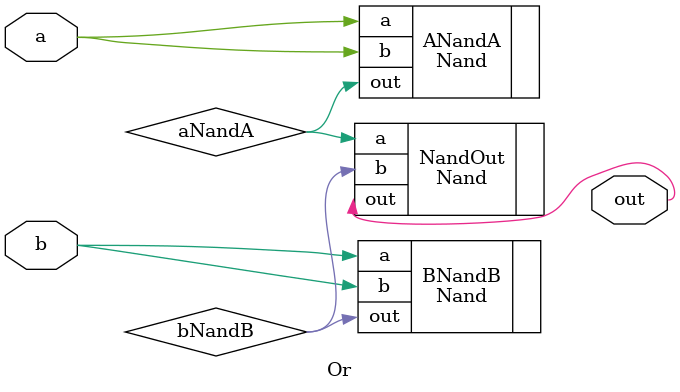
<source format=v>
/**
* Or gate:
* out = 1 if (a == 1 or b == 1)
*       0 otherwise
*/
`default_nettype none

module Or(
    input wire a,
    input wire b,
    output wire out
  );

  // NOTE: OR can be built from NOT and AND, however, here we will built it
  //       entirely from NAND gates as described on:
  //       https://en.wikipedia.org/wiki/NAND_logic#OR
  wire aNandA;
  wire bNandB;

  Nand ANandA(.a(a), .b(a), .out(aNandA));
  Nand BNandB(.a(b), .b(b), .out(bNandB));
  Nand NandOut(.a(aNandA), .b(bNandB), .out(out));

endmodule

</source>
